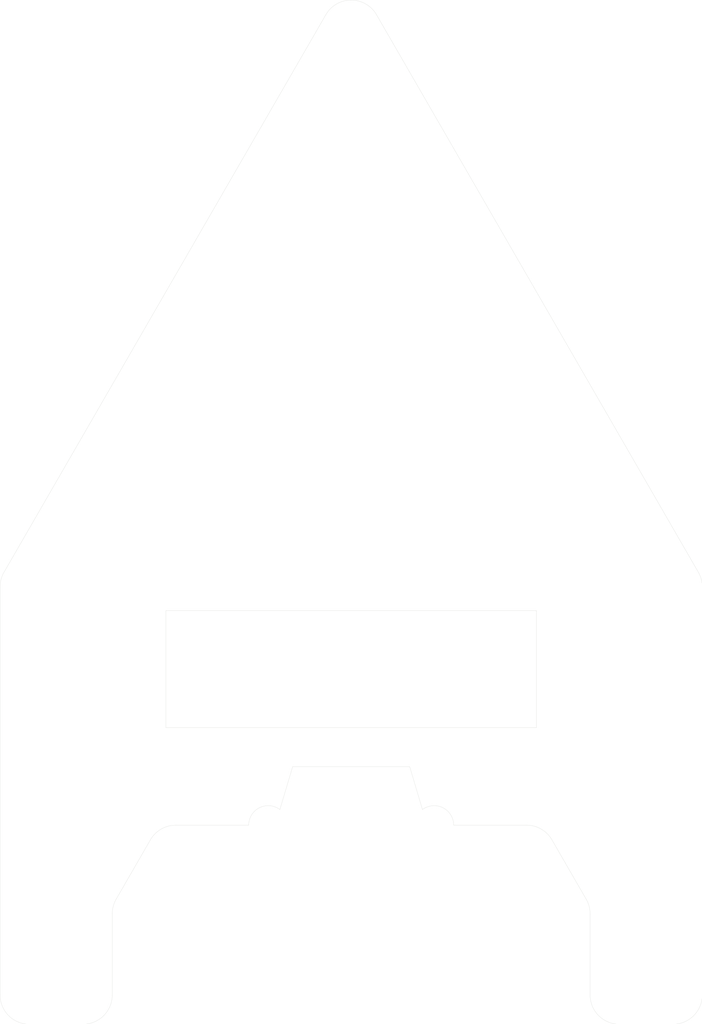
<source format=kicad_pcb>
(kicad_pcb (version 3) (host pcbnew "Board - Part 1.dxf")

  (general
    (links 0)
    (no_connects 0)
    (area 0 0 0 0)
    (thickness 1.6)
    (drawings 5)
    (tracks 0)
    (zones 0)
    (modules 0)
    (nets 1)
  )

  (page A3)
  (layers
    (15 F.Cu signal)
    (0 B.Cu signal)
    (16 B.Adhes user)
    (17 F.Adhes user)
    (18 B.Paste user)
    (19 F.Paste user)
    (20 B.SilkS user)
    (21 F.SilkS user)
    (22 B.Mask user)
    (23 F.Mask user)
    (24 Dwgs.User user)
    (25 Cmts.User user)
    (26 Eco1.User user)
    (27 Eco2.User user)
    (28 Edge.Cuts user)
  )

  (setup
    (last_trace_width 0.254)
    (trace_clearance 0.254)
    (zone_clearance 0.508)
    (zone_45_only no)
    (trace_min 0.254)
    (segment_width 0.2)
    (edge_width 0.1)
    (via_size 0.889)
    (via_drill 0.635)
    (via_min_size 0.889)
    (via_min_drill 0.508)
    (uvia_size 0.508)
    (uvia_drill 0.127)
    (uvias_allowed no)
    (uvia_min_size 0.508)
    (uvia_min_drill 0.127)
    (pcb_text_width 0.3)
    (pcb_text_size 1.5 1.5)
    (mod_edge_width 0.15)
    (mod_text_size 1 1)
    (mod_text_width 0.15)
    (pad_size 1.5 1.5)
    (pad_drill 0.6)
    (pad_to_mask_clearance 0)
    (aux_axis_origin 0 0)
    (visible_elements FFFFF77F)
    (pcbplotparams
      (layerselection 3178497)
      (usegerberextensions true)
      (excludeedgelayer true)
      (linewidth 152400)
      (plotframeref false)
      (viasonmask false)
      (mode 1)
      (useauxorigin false)
      (hpglpennumber 1)
      (hpglpenspeed 20)
      (hpglpendiameter 15)
      (hpglpenoverlay 2)
      (psnegative false)
      (psa4output false)
      (plotreference true)
      (plotvalue true)
      (plotothertext true)
      (plotinvisibletext false)
      (padsonsilk false)
      (subtractmaskfromsilk false)
      (outputformat 1)
      (mirror false)
      (drillshape 1)
      (scaleselection 1)
      (outputdirectory ""))
  )

  (net 0 "")

  (net_class Default "This is the default net class."
    (clearance 0.254)
    (trace_width 0.254)
    (via_dia 0.889)
    (via_drill 0.635)
    (uvia_dia 0.508)
    (uvia_drill 0.127)
    (add_net "")
  )

  (gr_line (start -9.5 -4.236330980847858) (end 9.5 -4.23633098084786) (angle 90) (layer Edge.Cuts) (width 0.01))
  (gr_line (start -9.5 -10.23633098084786) (end -9.5 -4.236330980847858) (angle 90) (layer Edge.Cuts) (width 0.01))
  (gr_line (start -9.5 -10.23633098084786) (end 9.500000000000004 -10.23633098084786) (angle 90) (layer Edge.Cuts) (width 0.01))
  (gr_line (start 9.500000000000004 -10.23633098084786) (end 9.5 -4.23633098084786) (angle 90) (layer Edge.Cuts) (width 0.01))
  (gr_line (start 13.75 10.96741834119305) (end 16.5 10.96741834119305) (angle 90) (layer Edge.Cuts) (width 0.01))
  (gr_arc (start 16.499999236789513 9.467418861118128) (end 16.5 10.967418341193047) (angle -89.99956428130663) (layer Edge.Cuts) (width 0.01))
  (gr_line (start 18 -11.45374333392046) (end 18 9.467418341193047) (angle 90) (layer Edge.Cuts) (width 0.01))
  (gr_arc (start 16.50000003925292 -11.453742829746126) (end 18 -11.45374333392046) (angle -29.99775493230769) (layer Edge.Cuts) (width 0.01))
  (gr_line (start 1.2990381056766591 -40.78258165880695) (end 17.79903810567666 -12.20374333392046) (angle 90) (layer Edge.Cuts) (width 0.01))
  (gr_arc (start 0.0000014323741194830604 -40.03258514404297) (end 1.2990381056766576 -40.78258165880695) (angle -120.00013288787004) (layer Edge.Cuts) (width 0.01))
  (gr_line (start -17.79903810567666 -12.20374333392046) (end -1.299038105676658 -40.78258165880695) (angle 90) (layer Edge.Cuts) (width 0.01))
  (gr_arc (start -16.50000003925292 -11.45374282974612) (end -17.799038105676658 -12.203743333920459) (angle -30.002137466132112) (layer Edge.Cuts) (width 0.01))
  (gr_line (start -18 9.467418341193053) (end -18 -11.45374333392046) (angle 90) (layer Edge.Cuts) (width 0.01))
  (gr_arc (start -16.499999236789513 9.467418861118128) (end -18 9.467418341193053) (angle -90.00037226109865) (layer Edge.Cuts) (width 0.01))
  (gr_line (start -13.75 10.96741834119305) (end -16.5 10.96741834119305) (angle 90) (layer Edge.Cuts) (width 0.01))
  (gr_arc (start -13.750000763210485 9.467417907443812) (end -13.75 10.967418341193051) (angle -89.99974017064291) (layer Edge.Cuts) (width 0.01))
  (gr_line (start -12.25 9.467418341193051) (end -12.25 5.307164303348653) (angle 90) (layer Edge.Cuts) (width 0.01))
  (gr_arc (start -10.750000992927237 5.3071638665734575) (end -12.04903810567666 4.557164303348656) (angle -29.99989530776694) (layer Edge.Cuts) (width 0.01))
  (gr_line (start -10.29187528406845 1.5136690191521391) (end -12.04903810567666 4.557164303348654) (angle 90) (layer Edge.Cuts) (width 0.01))
  (gr_arc (start -8.992836952209473 2.2636689478855203) (end -8.992837178391792 0.7636690191521379) (angle -59.99973901449701) (layer Edge.Cuts) (width 0.01))
  (gr_line (start -5.25488545151734 0.7636690191521379) (end -8.992837178391792 0.7636690191521379) (angle 90) (layer Edge.Cuts) (width 0.01))
  (gr_arc (start -4.254885727772748 0.7636687564658432) (end -3.6548854515173392 -0.03633098084786168) (angle -126.87000300079696) (layer Edge.Cuts) (width 0.01))
  (gr_line (start -3 -2.236330980847863) (end -3.6548854515173392 -0.0363309808478615) (angle 90) (layer Edge.Cuts) (width 0.01))
  (gr_line (start -3 -2.236330980847863) (end 3 -2.236330980847863) (angle 90) (layer Edge.Cuts) (width 0.01))
  (gr_line (start 3 -2.236330980847863) (end 3.655114548482659 -0.036330980847860704) (angle 90) (layer Edge.Cuts) (width 0.01))
  (gr_arc (start 4.255114609608684 0.7636690991925501) (end 5.25511454848266 0.763669019152141) (angle -126.86986229978372) (layer Edge.Cuts) (width 0.01))
  (gr_line (start 5.25511454848266 0.7636690191521411) (end 8.99283717839179 0.763669019152141) (angle 90) (layer Edge.Cuts) (width 0.01))
  (gr_arc (start 8.992836952209473 2.2636693651180337) (end 10.291875284068448 1.5136690191521405) (angle -59.999906697173785) (layer Edge.Cuts) (width 0.01))
  (gr_line (start 10.29187528406845 1.51366901915214) (end 12.04903810567666 4.557164303348655) (angle 90) (layer Edge.Cuts) (width 0.01))
  (gr_arc (start 10.750000039252921 5.3071643434106175) (end 12.25 5.307164303348655) (angle -29.99980064441472) (layer Edge.Cuts) (width 0.01))
  (gr_line (start 12.25 9.467418341193047) (end 12.25 5.307164303348655) (angle 90) (layer Edge.Cuts) (width 0.01))
  (gr_arc (start 13.750000763210485 9.467417907443812) (end 12.25 9.467418341193047) (angle -89.9999476300627) (layer Edge.Cuts) (width 0.01))

)

</source>
